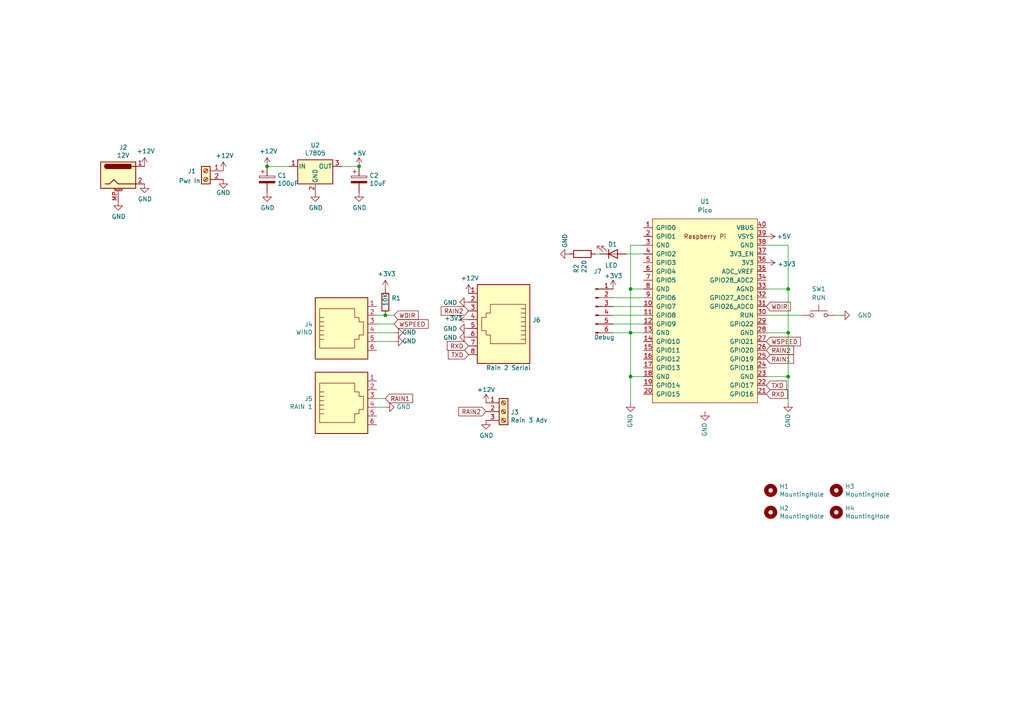
<source format=kicad_sch>
(kicad_sch (version 20211123) (generator eeschema)
  (paper "A4")
  (title_block (title "Weather Pico") (date "2023-02-20") (rev "v1") (company "Scott Hanson"))
  (lib_symbols
    (symbol "Connector:8P8C" (pin_names (offset 1.016))
      (property "Reference" "J" (at -5.08 13.97 0))
      (property "Value" "8P8C" (at 2.54 13.97 0))
      (symbol "8P8C_0_1"
        (polyline (pts (xy -5.08 4.445) (xy -6.35 4.445)))
        (polyline (pts (xy -5.08 5.715) (xy -6.35 5.715)))
        (polyline (pts (xy -6.35 -3.175) (xy -5.08 -3.175) (xy -5.08 -3.175)))
        (polyline (pts (xy -6.35 -1.905) (xy -5.08 -1.905) (xy -5.08 -1.905)))
        (polyline (pts (xy -6.35 -0.635) (xy -5.08 -0.635) (xy -5.08 -0.635)))
        (polyline (pts (xy -6.35 0.635) (xy -5.08 0.635) (xy -5.08 0.635)))
        (polyline (pts (xy -6.35 1.905) (xy -5.08 1.905) (xy -5.08 1.905)))
        (polyline (pts (xy -5.08 3.175) (xy -6.35 3.175) (xy -6.35 3.175)))
        (polyline (pts (xy -6.35 -4.445) (xy -6.35 6.985) (xy 3.81 6.985) (xy 3.81 4.445) (xy 5.08 4.445) (xy 5.08 3.175) (xy 6.35 3.175) (xy 6.35 -0.635) (xy 5.08 -0.635) (xy 5.08 -1.905) (xy 3.81 -1.905) (xy 3.81 -4.445) (xy -6.35 -4.445) (xy -6.35 -4.445)))
        (rectangle (start 7.62 12.7) (end -7.62 -10.16) (stroke (width 0.254)) (fill (type background)))
      )
      (symbol "8P8C_1_1"
        (pin passive line (at 10.16 -7.62 180) (length 2.54) (name "~") (number "1"))
        (pin passive line (at 10.16 -5.08 180) (length 2.54) (name "~") (number "2"))
        (pin passive line (at 10.16 -2.54 180) (length 2.54) (name "~") (number "3"))
        (pin passive line (at 10.16 0 180) (length 2.54) (name "~") (number "4"))
        (pin passive line (at 10.16 2.54 180) (length 2.54) (name "~") (number "5"))
        (pin passive line (at 10.16 5.08 180) (length 2.54) (name "~") (number "6"))
        (pin passive line (at 10.16 7.62 180) (length 2.54) (name "~") (number "7"))
        (pin passive line (at 10.16 10.16 180) (length 2.54) (name "~") (number "8"))
      )
    )
    (symbol "Connector:Barrel_Jack_MountingPin" (pin_names hide)
      (property "Reference" "J" (at 0 5.334 0))
      (property "Value" "Barrel_Jack_MountingPin" (at 1.27 -6.35 0))
      (symbol "Barrel_Jack_MountingPin_0_1"
        (rectangle (start -5.08 3.81) (end 5.08 -3.81) (stroke (width 0.254)) (fill (type background)))
        (arc (start -3.302 3.175) (mid -3.937 2.54) (end -3.302 1.905) (stroke (width 0.254)))
        (arc (start -3.302 3.175) (mid -3.937 2.54) (end -3.302 1.905) (stroke (width 0.254)) (fill (type outline)))
        (polyline (pts (xy 5.08 2.54) (xy 3.81 2.54)) (stroke (width 0.254)))
        (polyline (pts (xy -3.81 -2.54) (xy -2.54 -2.54) (xy -1.27 -1.27) (xy 0 -2.54) (xy 2.54 -2.54) (xy 5.08 -2.54)) (stroke (width 0.254)))
        (rectangle (start 3.683 3.175) (end -3.302 1.905) (stroke (width 0.254)) (fill (type outline)))
      )
      (symbol "Barrel_Jack_MountingPin_1_1"
        (polyline (pts (xy -1.016 -4.572) (xy 1.016 -4.572)) (stroke (width 0.1524)))
        (text "Mounting" (at 0 -4.191 0) (effects (font (size 0.381 0.381))))
        (pin passive line (at 7.62 2.54 180) (length 2.54) (name "~") (number "1"))
        (pin passive line (at 7.62 -2.54 180) (length 2.54) (name "~") (number "2"))
        (pin passive line (at 0 -7.62 90) (length 3.048) (name "MountPin") (number "MP"))
      )
    )
    (symbol "Connector:Conn_01x06_Male" (pin_names (offset 1.016) hide)
      (property "Reference" "J" (at 0 7.62 0))
      (property "Value" "Conn_01x06_Male" (at 0 -10.16 0))
      (symbol "Conn_01x06_Male_1_1"
        (polyline (pts (xy 1.27 -7.62) (xy 0.8636 -7.62)) (stroke (width 0.1524)))
        (polyline (pts (xy 1.27 -5.08) (xy 0.8636 -5.08)) (stroke (width 0.1524)))
        (polyline (pts (xy 1.27 -2.54) (xy 0.8636 -2.54)) (stroke (width 0.1524)))
        (polyline (pts (xy 1.27 0) (xy 0.8636 0)) (stroke (width 0.1524)))
        (polyline (pts (xy 1.27 2.54) (xy 0.8636 2.54)) (stroke (width 0.1524)))
        (polyline (pts (xy 1.27 5.08) (xy 0.8636 5.08)) (stroke (width 0.1524)))
        (rectangle (start 0.8636 -7.493) (end 0 -7.747) (stroke (width 0.1524)) (fill (type outline)))
        (rectangle (start 0.8636 -4.953) (end 0 -5.207) (stroke (width 0.1524)) (fill (type outline)))
        (rectangle (start 0.8636 -2.413) (end 0 -2.667) (stroke (width 0.1524)) (fill (type outline)))
        (rectangle (start 0.8636 0.127) (end 0 -0.127) (stroke (width 0.1524)) (fill (type outline)))
        (rectangle (start 0.8636 2.667) (end 0 2.413) (stroke (width 0.1524)) (fill (type outline)))
        (rectangle (start 0.8636 5.207) (end 0 4.953) (stroke (width 0.1524)) (fill (type outline)))
        (pin passive line (at 5.08 5.08 180) (length 3.81) (name "Pin_1") (number "1"))
        (pin passive line (at 5.08 2.54 180) (length 3.81) (name "Pin_2") (number "2"))
        (pin passive line (at 5.08 0 180) (length 3.81) (name "Pin_3") (number "3"))
        (pin passive line (at 5.08 -2.54 180) (length 3.81) (name "Pin_4") (number "4"))
        (pin passive line (at 5.08 -5.08 180) (length 3.81) (name "Pin_5") (number "5"))
        (pin passive line (at 5.08 -7.62 180) (length 3.81) (name "Pin_6") (number "6"))
      )
    )
    (symbol "Connector:RJ12" (pin_names (offset 1.016))
      (property "Reference" "J" (at -5.08 11.43 0))
      (property "Value" "RJ12" (at 2.54 11.43 0))
      (symbol "RJ12_0_1"
        (polyline (pts (xy -6.35 -1.905) (xy -5.08 -1.905) (xy -5.08 -1.905)))
        (polyline (pts (xy -6.35 -0.635) (xy -5.08 -0.635) (xy -5.08 -0.635)))
        (polyline (pts (xy -6.35 0.635) (xy -5.08 0.635) (xy -5.08 0.635)))
        (polyline (pts (xy -6.35 1.905) (xy -5.08 1.905) (xy -5.08 1.905)))
        (polyline (pts (xy -6.35 3.175) (xy -5.08 3.175) (xy -5.08 3.175)))
        (polyline (pts (xy -5.08 4.445) (xy -6.35 4.445) (xy -6.35 4.445)))
        (polyline (pts (xy -6.35 -4.445) (xy -6.35 6.985) (xy 3.81 6.985) (xy 3.81 4.445) (xy 5.08 4.445) (xy 5.08 3.175) (xy 6.35 3.175) (xy 6.35 -0.635) (xy 5.08 -0.635) (xy 5.08 -1.905) (xy 3.81 -1.905) (xy 3.81 -4.445) (xy -6.35 -4.445) (xy -6.35 -4.445)))
        (rectangle (start 7.62 10.16) (end -7.62 -7.62) (stroke (width 0.254)) (fill (type background)))
      )
      (symbol "RJ12_1_1"
        (pin passive line (at 10.16 -5.08 180) (length 2.54) (name "~") (number "1"))
        (pin passive line (at 10.16 -2.54 180) (length 2.54) (name "~") (number "2"))
        (pin passive line (at 10.16 0 180) (length 2.54) (name "~") (number "3"))
        (pin passive line (at 10.16 2.54 180) (length 2.54) (name "~") (number "4"))
        (pin passive line (at 10.16 5.08 180) (length 2.54) (name "~") (number "5"))
        (pin passive line (at 10.16 7.62 180) (length 2.54) (name "~") (number "6"))
      )
    )
    (symbol "Connector:Screw_Terminal_01x02" (pin_names (offset 1.016) hide)
      (property "Reference" "J" (at 0 2.54 0))
      (property "Value" "Screw_Terminal_01x02" (at 0 -5.08 0))
      (symbol "Screw_Terminal_01x02_1_1"
        (rectangle (start -1.27 1.27) (end 1.27 -3.81) (stroke (width 0.254)) (fill (type background)))
        (circle (center 0 -2.54) (radius 0.635) (stroke (width 0.1524)))
        (polyline (pts (xy -0.5334 -2.2098) (xy 0.3302 -3.048)) (stroke (width 0.1524)))
        (polyline (pts (xy -0.5334 0.3302) (xy 0.3302 -0.508)) (stroke (width 0.1524)))
        (polyline (pts (xy -0.3556 -2.032) (xy 0.508 -2.8702)) (stroke (width 0.1524)))
        (polyline (pts (xy -0.3556 0.508) (xy 0.508 -0.3302)) (stroke (width 0.1524)))
        (circle (center 0 0) (radius 0.635) (stroke (width 0.1524)))
        (pin passive line (at -5.08 0 0) (length 3.81) (name "Pin_1") (number "1"))
        (pin passive line (at -5.08 -2.54 0) (length 3.81) (name "Pin_2") (number "2"))
      )
    )
    (symbol "Connector:Screw_Terminal_01x03" (pin_names (offset 1.016) hide)
      (property "Reference" "J" (at 0 5.08 0))
      (property "Value" "Screw_Terminal_01x03" (at 0 -5.08 0))
      (symbol "Screw_Terminal_01x03_1_1"
        (rectangle (start -1.27 3.81) (end 1.27 -3.81) (stroke (width 0.254)) (fill (type background)))
        (circle (center 0 -2.54) (radius 0.635) (stroke (width 0.1524)))
        (polyline (pts (xy -0.5334 -2.2098) (xy 0.3302 -3.048)) (stroke (width 0.1524)))
        (polyline (pts (xy -0.5334 0.3302) (xy 0.3302 -0.508)) (stroke (width 0.1524)))
        (polyline (pts (xy -0.5334 2.8702) (xy 0.3302 2.032)) (stroke (width 0.1524)))
        (polyline (pts (xy -0.3556 -2.032) (xy 0.508 -2.8702)) (stroke (width 0.1524)))
        (polyline (pts (xy -0.3556 0.508) (xy 0.508 -0.3302)) (stroke (width 0.1524)))
        (polyline (pts (xy -0.3556 3.048) (xy 0.508 2.2098)) (stroke (width 0.1524)))
        (circle (center 0 0) (radius 0.635) (stroke (width 0.1524)))
        (circle (center 0 2.54) (radius 0.635) (stroke (width 0.1524)))
        (pin passive line (at -5.08 2.54 0) (length 3.81) (name "Pin_1") (number "1"))
        (pin passive line (at -5.08 0 0) (length 3.81) (name "Pin_2") (number "2"))
        (pin passive line (at -5.08 -2.54 0) (length 3.81) (name "Pin_3") (number "3"))
      )
    )
    (symbol "Device:C_Polarized" (pin_numbers hide) (pin_names (offset 0.254))
      (property "Reference" "C" (at 0.635 2.54 0))
      (property "Value" "C_Polarized" (at 0.635 -2.54 0))
      (symbol "C_Polarized_0_1"
        (rectangle (start -2.286 0.508) (end 2.286 1.016))
        (polyline (pts (xy -1.778 2.286) (xy -0.762 2.286)))
        (polyline (pts (xy -1.27 2.794) (xy -1.27 1.778)))
        (rectangle (start 2.286 -0.508) (end -2.286 -1.016) (fill (type outline)))
      )
      (symbol "C_Polarized_1_1"
        (pin passive line (at 0 3.81 270) (length 2.794) (name "~") (number "1"))
        (pin passive line (at 0 -3.81 90) (length 2.794) (name "~") (number "2"))
      )
    )
    (symbol "Device:LED" (pin_numbers hide) (pin_names (offset 1.016) hide)
      (property "Reference" "D" (at 0 2.54 0))
      (property "Value" "LED" (at 0 -2.54 0))
      (symbol "LED_0_1"
        (polyline (pts (xy -1.27 -1.27) (xy -1.27 1.27)) (stroke (width 0.254)))
        (polyline (pts (xy -1.27 0) (xy 1.27 0)))
        (polyline (pts (xy 1.27 -1.27) (xy 1.27 1.27) (xy -1.27 0) (xy 1.27 -1.27)) (stroke (width 0.254)))
        (polyline (pts (xy -3.048 -0.762) (xy -4.572 -2.286) (xy -3.81 -2.286) (xy -4.572 -2.286) (xy -4.572 -1.524)))
        (polyline (pts (xy -1.778 -0.762) (xy -3.302 -2.286) (xy -2.54 -2.286) (xy -3.302 -2.286) (xy -3.302 -1.524)))
      )
      (symbol "LED_1_1"
        (pin passive line (at -3.81 0 0) (length 2.54) (name "K") (number "1"))
        (pin passive line (at 3.81 0 180) (length 2.54) (name "A") (number "2"))
      )
    )
    (symbol "Device:R" (pin_numbers hide) (pin_names (offset 0))
      (property "Reference" "R" (at 2.032 0 90))
      (property "Value" "R" (at 0 0 90))
      (symbol "R_0_1"
        (rectangle (start -1.016 -2.54) (end 1.016 2.54) (stroke (width 0.254)))
      )
      (symbol "R_1_1"
        (pin passive line (at 0 3.81 270) (length 1.27) (name "~") (number "1"))
        (pin passive line (at 0 -3.81 90) (length 1.27) (name "~") (number "2"))
      )
    )
    (symbol "MCU_RaspberryPi_and_Boards:Pico" (pin_names (offset 1.016))
      (property "Reference" "U1" (at 0 31.75 0))
      (property "Value" "Pico" (at 0 29.21 0))
      (symbol "Pico_0_0"
        (text "Raspberry Pi" (at 0 21.59 0) (effects (font (size 1.27 1.27))))
      )
      (symbol "Pico_0_1"
        (rectangle (start -15.24 26.67) (end 15.24 -26.67) (fill (type background)))
      )
      (symbol "Pico_1_1"
        (pin bidirectional line (at -17.78 24.13 0) (length 2.54) (name "GPIO0") (number "1"))
        (pin bidirectional line (at -17.78 1.27 0) (length 2.54) (name "GPIO7") (number "10"))
        (pin bidirectional line (at -17.78 -1.27 0) (length 2.54) (name "GPIO8") (number "11"))
        (pin bidirectional line (at -17.78 -3.81 0) (length 2.54) (name "GPIO9") (number "12"))
        (pin power_in line (at -17.78 -6.35 0) (length 2.54) (name "GND") (number "13"))
        (pin bidirectional line (at -17.78 -8.89 0) (length 2.54) (name "GPIO10") (number "14"))
        (pin bidirectional line (at -17.78 -11.43 0) (length 2.54) (name "GPIO11") (number "15"))
        (pin bidirectional line (at -17.78 -13.97 0) (length 2.54) (name "GPIO12") (number "16"))
        (pin bidirectional line (at -17.78 -16.51 0) (length 2.54) (name "GPIO13") (number "17"))
        (pin power_in line (at -17.78 -19.05 0) (length 2.54) (name "GND") (number "18"))
        (pin bidirectional line (at -17.78 -21.59 0) (length 2.54) (name "GPIO14") (number "19"))
        (pin bidirectional line (at -17.78 21.59 0) (length 2.54) (name "GPIO1") (number "2"))
        (pin bidirectional line (at -17.78 -24.13 0) (length 2.54) (name "GPIO15") (number "20"))
        (pin bidirectional line (at 17.78 -24.13 180) (length 2.54) (name "GPIO16") (number "21"))
        (pin bidirectional line (at 17.78 -21.59 180) (length 2.54) (name "GPIO17") (number "22"))
        (pin power_in line (at 17.78 -19.05 180) (length 2.54) (name "GND") (number "23"))
        (pin bidirectional line (at 17.78 -16.51 180) (length 2.54) (name "GPIO18") (number "24"))
        (pin bidirectional line (at 17.78 -13.97 180) (length 2.54) (name "GPIO19") (number "25"))
        (pin bidirectional line (at 17.78 -11.43 180) (length 2.54) (name "GPIO20") (number "26"))
        (pin bidirectional line (at 17.78 -8.89 180) (length 2.54) (name "GPIO21") (number "27"))
        (pin power_in line (at 17.78 -6.35 180) (length 2.54) (name "GND") (number "28"))
        (pin bidirectional line (at 17.78 -3.81 180) (length 2.54) (name "GPIO22") (number "29"))
        (pin power_in line (at -17.78 19.05 0) (length 2.54) (name "GND") (number "3"))
        (pin input line (at 17.78 -1.27 180) (length 2.54) (name "RUN") (number "30"))
        (pin bidirectional line (at 17.78 1.27 180) (length 2.54) (name "GPIO26_ADC0") (number "31"))
        (pin bidirectional line (at 17.78 3.81 180) (length 2.54) (name "GPIO27_ADC1") (number "32"))
        (pin power_in line (at 17.78 6.35 180) (length 2.54) (name "AGND") (number "33"))
        (pin bidirectional line (at 17.78 8.89 180) (length 2.54) (name "GPIO28_ADC2") (number "34"))
        (pin unspecified line (at 17.78 11.43 180) (length 2.54) (name "ADC_VREF") (number "35"))
        (pin unspecified line (at 17.78 13.97 180) (length 2.54) (name "3V3") (number "36"))
        (pin input line (at 17.78 16.51 180) (length 2.54) (name "3V3_EN") (number "37"))
        (pin bidirectional line (at 17.78 19.05 180) (length 2.54) (name "GND") (number "38"))
        (pin unspecified line (at 17.78 21.59 180) (length 2.54) (name "VSYS") (number "39"))
        (pin bidirectional line (at -17.78 16.51 0) (length 2.54) (name "GPIO2") (number "4"))
        (pin unspecified line (at 17.78 24.13 180) (length 2.54) (name "VBUS") (number "40"))
        (pin bidirectional line (at -17.78 13.97 0) (length 2.54) (name "GPIO3") (number "5"))
        (pin bidirectional line (at -17.78 11.43 0) (length 2.54) (name "GPIO4") (number "6"))
        (pin bidirectional line (at -17.78 8.89 0) (length 2.54) (name "GPIO5") (number "7"))
        (pin power_in line (at -17.78 6.35 0) (length 2.54) (name "GND") (number "8"))
        (pin bidirectional line (at -17.78 3.81 0) (length 2.54) (name "GPIO6") (number "9"))
      )
    )
    (symbol "Mechanical:MountingHole" (pin_names (offset 1.016))
      (property "Reference" "H" (at 0 5.08 0))
      (property "Value" "MountingHole" (at 0 3.175 0))
      (symbol "MountingHole_0_1"
        (circle (center 0 0) (radius 1.27) (stroke (width 1.27)))
      )
    )
    (symbol "Regulator_Linear:L7805" (pin_names (offset 0.254))
      (property "Reference" "U" (at -3.81 3.175 0))
      (property "Value" "L7805" (at 0 3.175 0))
      (symbol "L7805_0_1"
        (rectangle (start -5.08 1.905) (end 5.08 -5.08) (stroke (width 0.254)) (fill (type background)))
      )
      (symbol "L7805_1_1"
        (pin power_in line (at -7.62 0 0) (length 2.54) (name "IN") (number "1"))
        (pin power_in line (at 0 -7.62 90) (length 2.54) (name "GND") (number "2"))
        (pin power_out line (at 7.62 0 180) (length 2.54) (name "OUT") (number "3"))
      )
    )
    (symbol "Switch:SW_Push" (pin_numbers hide) (pin_names (offset 1.016) hide)
      (property "Reference" "SW" (at 1.27 2.54 0))
      (property "Value" "SW_Push" (at 0 -1.524 0))
      (symbol "SW_Push_0_1"
        (circle (center -2.032 0) (radius 0.508))
        (polyline (pts (xy 0 1.27) (xy 0 3.048)))
        (polyline (pts (xy 2.54 1.27) (xy -2.54 1.27)))
        (circle (center 2.032 0) (radius 0.508))
        (pin passive line (at -5.08 0 0) (length 2.54) (name "1") (number "1"))
        (pin passive line (at 5.08 0 180) (length 2.54) (name "2") (number "2"))
      )
    )
    (symbol "power:+12V" (power) (pin_names (offset 0))
      (property "Value" "+12V" (at 0 3.556 0))
      (symbol "+12V_0_1"
        (polyline (pts (xy -0.762 1.27) (xy 0 2.54)))
        (polyline (pts (xy 0 0) (xy 0 2.54)))
        (polyline (pts (xy 0 2.54) (xy 0.762 1.27)))
      )
      (symbol "+12V_1_1"
        (pin power_in line (at 0 0 90) (length 0) hide (name "+12V") (number "1"))
      )
    )
    (symbol "power:+3.3V" (power) (pin_names (offset 0))
      (property "Value" "+3.3V" (at 0 3.556 0))
      (symbol "+3.3V_0_1"
        (polyline (pts (xy -0.762 1.27) (xy 0 2.54)))
        (polyline (pts (xy 0 0) (xy 0 2.54)))
        (polyline (pts (xy 0 2.54) (xy 0.762 1.27)))
      )
      (symbol "+3.3V_1_1"
        (pin power_in line (at 0 0 90) (length 0) hide (name "+3V3") (number "1"))
      )
    )
    (symbol "power:+5V" (power) (pin_names (offset 0))
      (property "Value" "+5V" (at 0 3.556 0))
      (symbol "+5V_0_1"
        (polyline (pts (xy -0.762 1.27) (xy 0 2.54)))
        (polyline (pts (xy 0 0) (xy 0 2.54)))
        (polyline (pts (xy 0 2.54) (xy 0.762 1.27)))
      )
      (symbol "+5V_1_1"
        (pin power_in line (at 0 0 90) (length 0) hide (name "+5V") (number "1"))
      )
    )
    (symbol "power:GND" (power) (pin_names (offset 0))
      (property "Value" "GND" (at 0 -3.81 0))
      (symbol "GND_0_1"
        (polyline (pts (xy 0 0) (xy 0 -1.27) (xy 1.27 -1.27) (xy 0 -2.54) (xy -1.27 -1.27) (xy 0 -1.27)))
      )
      (symbol "GND_1_1"
        (pin power_in line (at 0 0 270) (length 0) hide (name "GND") (number "1"))
      )
    )
  )
  (junction (at 228.6 96.52))
  (junction (at 77.47 48.26))
  (junction (at 182.88 83.82))
  (junction (at 182.88 109.22))
  (junction (at 104.14 48.26))
  (junction (at 111.76 91.44))
  (junction (at 228.6 83.82))
  (junction (at 182.88 96.52))
  (junction (at 228.6 109.22))
  (wire (pts (xy 182.88 71.12) (xy 182.88 83.82)))
  (wire (pts (xy 177.8 88.9) (xy 186.69 88.9)))
  (wire (pts (xy 222.25 96.52) (xy 228.6 96.52)))
  (wire (pts (xy 114.3 93.98) (xy 109.22 93.98)))
  (wire (pts (xy 177.8 93.98) (xy 186.69 93.98)))
  (wire (pts (xy 182.88 109.22) (xy 182.88 116.84)))
  (wire (pts (xy 83.82 48.26) (xy 77.47 48.26)))
  (wire (pts (xy 242.57 91.44) (xy 243.84 91.44)))
  (wire (pts (xy 228.6 96.52) (xy 228.6 109.22)))
  (wire (pts (xy 222.25 83.82) (xy 228.6 83.82)))
  (wire (pts (xy 177.8 91.44) (xy 186.69 91.44)))
  (wire (pts (xy 222.25 91.44) (xy 232.41 91.44)))
  (wire (pts (xy 177.8 86.36) (xy 186.69 86.36)))
  (wire (pts (xy 182.88 83.82) (xy 182.88 96.52)))
  (wire (pts (xy 109.22 91.44) (xy 111.76 91.44)))
  (wire (pts (xy 111.76 115.57) (xy 109.22 115.57)))
  (wire (pts (xy 186.69 96.52) (xy 182.88 96.52)))
  (wire (pts (xy 181.61 73.66) (xy 186.69 73.66)))
  (wire (pts (xy 173.99 73.66) (xy 172.72 73.66)))
  (wire (pts (xy 228.6 109.22) (xy 228.6 116.84)))
  (wire (pts (xy 111.76 91.44) (xy 114.3 91.44)))
  (wire (pts (xy 228.6 71.12) (xy 228.6 83.82)))
  (wire (pts (xy 114.3 99.06) (xy 109.22 99.06)))
  (wire (pts (xy 228.6 83.82) (xy 228.6 96.52)))
  (wire (pts (xy 222.25 71.12) (xy 228.6 71.12)))
  (wire (pts (xy 109.22 96.52) (xy 114.3 96.52)))
  (wire (pts (xy 109.22 118.11) (xy 111.76 118.11)))
  (wire (pts (xy 186.69 71.12) (xy 182.88 71.12)))
  (wire (pts (xy 177.8 96.52) (xy 182.88 96.52)))
  (wire (pts (xy 222.25 109.22) (xy 228.6 109.22)))
  (wire (pts (xy 99.06 48.26) (xy 104.14 48.26)))
  (wire (pts (xy 186.69 109.22) (xy 182.88 109.22)))
  (wire (pts (xy 186.69 83.82) (xy 182.88 83.82)))
  (wire (pts (xy 182.88 96.52) (xy 182.88 109.22)))
  (global_label "TXD" (shape input) (at 135.89 102.87 180) (property "Intersheet References" "${INTERSHEET_REFS}" (effects hide)))
  (global_label "RAIN2" (shape input) (at 135.89 90.17 180) (property "Intersheet References" "${INTERSHEET_REFS}" (effects hide)))
  (global_label "RXD" (shape input) (at 135.89 100.33 180) (property "Intersheet References" "${INTERSHEET_REFS}" (effects hide)))
  (global_label "WSPEED" (shape input) (at 222.25 99.06 0) (property "Intersheet References" "${INTERSHEET_REFS}" (effects hide)))
  (global_label "WDIR" (shape input) (at 114.3 91.44 0) (property "Intersheet References" "${INTERSHEET_REFS}" (effects hide)))
  (global_label "WSPEED" (shape input) (at 114.3 93.98 0) (property "Intersheet References" "${INTERSHEET_REFS}" (effects hide)))
  (global_label "RAIN2" (shape input) (at 222.25 101.6 0) (property "Intersheet References" "${INTERSHEET_REFS}" (effects hide)))
  (global_label "WDIR" (shape input) (at 222.25 88.9 0) (property "Intersheet References" "${INTERSHEET_REFS}" (effects hide)))
  (global_label "RAIN2" (shape input) (at 140.97 119.38 180) (property "Intersheet References" "${INTERSHEET_REFS}" (effects hide)))
  (global_label "RAIN1" (shape input) (at 111.76 115.57 0) (property "Intersheet References" "${INTERSHEET_REFS}" (effects hide)))
  (global_label "RAIN1" (shape input) (at 222.25 104.14 0) (property "Intersheet References" "${INTERSHEET_REFS}" (effects hide)))
  (global_label "TXD" (shape input) (at 222.25 111.76 0) (property "Intersheet References" "${INTERSHEET_REFS}" (effects hide)))
  (global_label "RXD" (shape input) (at 222.25 114.3 0) (property "Intersheet References" "${INTERSHEET_REFS}" (effects hide)))
  (symbol (lib_id "Connector:Screw_Terminal_01x03") (at 146.05 119.38 0) (unit 1)
    (property "Reference" "J3" (at 148.082 119.5832 0) (effects (justify left)))
    (property "Value" "Rain 3 Adv" (at 148.082 121.8946 0) (effects (justify left)))
    (property "Footprint" "TerminalBlock_Phoenix:TerminalBlock_Phoenix_MKDS-1,5-3_1x03_P5.00mm_Horizontal" (effects hide))
  )
  (symbol (lib_id "Device:R") (at 111.76 87.63 0) (unit 1)
    (property "Reference" "R1" (at 113.538 86.4616 0) (effects (justify left)))
    (property "Value" "10K" (at 111.76 88.9 90) (effects (justify left)))
    (property "Footprint" "Resistor_THT:R_Axial_DIN0207_L6.3mm_D2.5mm_P7.62mm_Horizontal" (effects hide))
  )
  (symbol (lib_id "power:+3.3V") (at 111.76 83.82 0) (unit 1)
    (property "Reference" "#PWR0103" (effects hide))
    (property "Value" "+3.3V" (at 112.141 79.4258 0))
  )
  (symbol (lib_id "Connector:Screw_Terminal_01x02") (at 59.69 49.53 0) (mirror y) (unit 1)
    (property "Reference" "J1" (at 55.626 49.657 0))
    (property "Value" "Pwr In" (at 54.991 52.451 0))
    (property "Footprint" "TerminalBlock_Phoenix:TerminalBlock_Phoenix_MKDS-1,5-2_1x02_P5.00mm_Horizontal" (effects hide))
  )
  (symbol (lib_id "power:GND") (at 64.77 52.07 0) (unit 1)
    (property "Reference" "#PWR0107" (effects hide))
    (property "Value" "GND" (at 64.77 55.88 0))
  )
  (symbol (lib_id "power:+5V") (at 104.14 48.26 0) (unit 1)
    (property "Reference" "#PWR0108" (effects hide))
    (property "Value" "+5V" (at 104.14 44.45 0))
  )
  (symbol (lib_id "power:+3.3V") (at 222.25 76.2 270) (unit 1)
    (property "Reference" "#PWR0110" (effects hide))
    (property "Value" "+3.3V" (at 225.5012 76.581 90) (effects (justify left)))
  )
  (symbol (lib_id "power:GND") (at 204.47 119.38 0) (unit 1)
    (property "Reference" "#PWR0111" (effects hide))
    (property "Value" "GND" (at 204.343 124.587 90))
  )
  (symbol (lib_id "Regulator_Linear:L7805") (at 91.44 48.26 0) (unit 1)
    (property "Reference" "U2" (at 91.44 42.1132 0))
    (property "Value" "L7805" (at 91.44 44.4246 0))
    (property "Footprint" "Package_TO_SOT_THT:TO-220-3_Vertical" (effects hide))
    (property "Datasheet" "http://www.st.com/content/ccc/resource/technical/document/datasheet/41/4f/b3/b0/12/d4/47/88/CD00000444.pdf/files/CD00000444.pdf/jcr:content/translations/en.CD00000444.pdf" (effects hide))
  )
  (symbol (lib_id "Device:C_Polarized") (at 77.47 52.07 0) (unit 1)
    (property "Reference" "C1" (at 80.4672 50.9016 0) (effects (justify left)))
    (property "Value" "100uF" (at 80.4672 53.213 0) (effects (justify left)))
    (property "Footprint" "Capacitor_THT:CP_Radial_D5.0mm_P2.50mm" (effects hide))
  )
  (symbol (lib_id "Device:C_Polarized") (at 104.14 52.07 0) (unit 1)
    (property "Reference" "C2" (at 107.1372 50.9016 0) (effects (justify left)))
    (property "Value" "10uF" (at 107.1372 53.213 0) (effects (justify left)))
    (property "Footprint" "Capacitor_THT:CP_Radial_D5.0mm_P2.50mm" (effects hide))
  )
  (symbol (lib_id "power:+12V") (at 77.47 48.26 0) (unit 1)
    (property "Reference" "#PWR05" (effects hide))
    (property "Value" "+12V" (at 77.851 43.8658 0))
  )
  (symbol (lib_id "power:+12V") (at 64.77 49.53 0) (unit 1)
    (property "Reference" "#PWR02" (effects hide))
    (property "Value" "+12V" (at 65.151 45.1358 0))
  )
  (symbol (lib_id "power:GND") (at 104.14 55.88 0) (unit 1)
    (property "Reference" "#PWR08" (effects hide))
    (property "Value" "GND" (at 104.267 60.2742 0))
  )
  (symbol (lib_id "power:GND") (at 91.44 55.88 0) (unit 1)
    (property "Reference" "#PWR07" (effects hide))
    (property "Value" "GND" (at 91.567 60.2742 0))
  )
  (symbol (lib_id "power:GND") (at 77.47 55.88 0) (unit 1)
    (property "Reference" "#PWR06" (effects hide))
    (property "Value" "GND" (at 77.597 60.2742 0))
  )
  (symbol (lib_id "Connector:8P8C") (at 146.05 92.71 180) (unit 1)
    (property "Reference" "J6" (at 154.432 92.8116 0) (effects (justify right)))
    (property "Value" "Rain 2 Serial" (at 140.97 106.68 0) (effects (justify right)))
    (property "Footprint" "Connector_RJ:RJ45_Amphenol_54602-x08_Horizontal" (effects hide))
  )
  (symbol (lib_id "power:GND") (at 111.76 118.11 90) (unit 1)
    (property "Reference" "#PWR012" (effects hide))
    (property "Value" "GND" (at 115.0112 117.983 90) (effects (justify right)))
  )
  (symbol (lib_id "power:GND") (at 140.97 121.92 0) (unit 1)
    (property "Reference" "#PWR019" (effects hide))
    (property "Value" "GND" (at 141.097 126.3142 0))
  )
  (symbol (lib_id "power:+12V") (at 140.97 116.84 0) (unit 1)
    (property "Reference" "#PWR018" (effects hide))
    (property "Value" "+12V" (at 140.97 113.03 0))
  )
  (symbol (lib_id "power:+12V") (at 135.89 85.09 0) (unit 1)
    (property "Reference" "#PWR013" (effects hide))
    (property "Value" "+12V" (at 136.271 80.6958 0))
  )
  (symbol (lib_id "power:GND") (at 135.89 87.63 270) (unit 1)
    (property "Reference" "#PWR014" (effects hide))
    (property "Value" "GND" (at 132.6388 87.757 90) (effects (justify right)))
  )
  (symbol (lib_id "power:+3.3V") (at 135.89 92.71 90) (unit 1)
    (property "Reference" "#PWR015" (effects hide))
    (property "Value" "+3.3V" (at 131.4958 92.329 90))
  )
  (symbol (lib_id "power:GND") (at 135.89 95.25 270) (unit 1)
    (property "Reference" "#PWR016" (effects hide))
    (property "Value" "GND" (at 132.6388 95.377 90) (effects (justify right)))
  )
  (symbol (lib_id "power:GND") (at 135.89 97.79 270) (unit 1)
    (property "Reference" "#PWR017" (effects hide))
    (property "Value" "GND" (at 132.6388 97.917 90) (effects (justify right)))
  )
  (symbol (lib_id "power:GND") (at 114.3 99.06 90) (unit 1)
    (property "Reference" "#PWR011" (effects hide))
    (property "Value" "GND" (at 118.6942 98.933 90))
  )
  (symbol (lib_id "power:GND") (at 114.3 96.52 90) (unit 1)
    (property "Reference" "#PWR010" (effects hide))
    (property "Value" "GND" (at 118.6942 96.393 90))
  )
  (symbol (lib_id "power:+12V") (at 41.91 48.26 0) (unit 1)
    (property "Reference" "#PWR03" (effects hide))
    (property "Value" "+12V" (at 42.291 43.8658 0))
  )
  (symbol (lib_id "power:GND") (at 41.91 53.34 0) (unit 1)
    (property "Reference" "#PWR04" (effects hide))
    (property "Value" "GND" (at 42.037 57.7342 0))
  )
  (symbol (lib_id "Mechanical:MountingHole") (at 223.52 142.24 0) (unit 1)
    (property "Reference" "H1" (at 226.06 141.0716 0) (effects (justify left)))
    (property "Value" "MountingHole" (at 226.06 143.383 0) (effects (justify left)))
    (property "Footprint" "MountingHole:MountingHole_3.7mm" (effects hide))
  )
  (symbol (lib_id "Mechanical:MountingHole") (at 242.57 142.24 0) (unit 1)
    (property "Reference" "H3" (at 245.11 141.0716 0) (effects (justify left)))
    (property "Value" "MountingHole" (at 245.11 143.383 0) (effects (justify left)))
    (property "Footprint" "MountingHole:MountingHole_3.7mm" (effects hide))
  )
  (symbol (lib_id "Mechanical:MountingHole") (at 223.52 148.59 0) (unit 1)
    (property "Reference" "H2" (at 226.06 147.4216 0) (effects (justify left)))
    (property "Value" "MountingHole" (at 226.06 149.733 0) (effects (justify left)))
    (property "Footprint" "MountingHole:MountingHole_3.7mm" (effects hide))
  )
  (symbol (lib_id "Mechanical:MountingHole") (at 242.57 148.59 0) (unit 1)
    (property "Reference" "H4" (at 245.11 147.4216 0) (effects (justify left)))
    (property "Value" "MountingHole" (at 245.11 149.733 0) (effects (justify left)))
    (property "Footprint" "MountingHole:MountingHole_3.7mm" (effects hide))
  )
  (symbol (lib_id "Connector:RJ12") (at 99.06 93.98 0) (mirror x) (unit 1)
    (property "Reference" "J4" (at 90.7034 94.0816 0) (effects (justify right)))
    (property "Value" "WIND" (at 90.7034 96.393 0) (effects (justify right)))
    (property "Footprint" "Connector_RJ:RJ12_Amphenol_54601" (effects hide))
    (property "Digikey" "AE10391-ND" (effects hide))
  )
  (symbol (lib_id "Connector:RJ12") (at 99.06 115.57 0) (mirror x) (unit 1)
    (property "Reference" "J5" (at 90.7034 115.6716 0) (effects (justify right)))
    (property "Value" "RAIN 1" (at 90.7034 117.983 0) (effects (justify right)))
    (property "Footprint" "Connector_RJ:RJ12_Amphenol_54601" (effects hide))
    (property "Digikey" "AE10391-ND" (effects hide))
  )
  (symbol (lib_id "Connector:Barrel_Jack_MountingPin") (at 34.29 50.8 0) (unit 1)
    (property "Reference" "J2" (at 35.7378 42.7482 0))
    (property "Value" "12V" (at 35.7378 45.0596 0))
    (property "Footprint" "Weather_Pico:BarrelJack_Horizontal" (effects hide))
  )
  (symbol (lib_id "power:GND") (at 34.29 58.42 0) (unit 1)
    (property "Reference" "#PWR0102" (effects hide))
    (property "Value" "GND" (at 34.417 62.8142 0))
  )
  (symbol (lib_id "power:GND") (at 182.88 116.84 0) (unit 1)
    (property "Reference" "#PWR0104" (effects hide))
    (property "Value" "GND" (at 182.753 122.047 90))
  )
  (symbol (lib_id "Device:LED") (at 177.8 73.66 0) (mirror x) (unit 1)
    (property "Reference" "D1" (at 177.673 70.866 0))
    (property "Value" "LED" (at 177.292 76.962 0))
    (property "Footprint" "LED_THT:LED_D3.0mm" (effects hide))
    (property "Digi-Key_PN" "732-4984-1-ND" (effects hide))
    (property "LCSC_PN" "C2286" (effects hide))
    (property "MPN" "150080RS75000" (effects hide))
  )
  (symbol (lib_id "Switch:SW_Push") (at 237.49 91.44 0) (unit 1)
    (property "Reference" "SW1" (at 237.49 83.82 0))
    (property "Value" "RUN" (at 237.49 86.36 0))
    (property "Footprint" "Button_Switch_THT:SW_PUSH_6mm" (effects hide))
    (property "Digi-Key_PN" "CKN9088CT-ND" (effects hide))
    (property "LCSC_PN" "C127509" (effects hide))
    (property "MPN" "PTS645SL50SMTR92 LFS" (effects hide))
  )
  (symbol (lib_id "power:GND") (at 228.6 116.84 0) (unit 1)
    (property "Reference" "#PWR0106" (effects hide))
    (property "Value" "GND" (at 228.473 122.047 90))
  )
  (symbol (lib_id "MCU_RaspberryPi_and_Boards:Pico") (at 204.47 90.17 0) (unit 1)
    (property "Reference" "U1" (at 204.47 58.42 0))
    (property "Value" "Pico" (at 204.47 60.96 0))
    (property "Footprint" "MCU_RaspberryPi_and_Boards:RPi_Pico_SMD_TH" (effects hide))
  )
  (symbol (lib_id "power:GND") (at 243.84 91.44 90) (unit 1)
    (property "Reference" "#PWR0105" (effects hide))
    (property "Value" "GND" (at 250.825 91.44 90))
  )
  (symbol (lib_id "power:+5V") (at 222.25 68.58 270) (unit 1)
    (property "Reference" "#PWR0112" (effects hide))
    (property "Value" "+5V" (at 227.33 68.58 90))
  )
  (symbol (lib_id "power:+3.3V") (at 177.8 83.82 0) (unit 1)
    (property "Reference" "#PWR0109" (effects hide))
    (property "Value" "+3.3V" (at 175.26 80.01 0) (effects (justify left)))
  )
  (symbol (lib_id "Device:R") (at 168.91 73.66 90) (unit 1)
    (property "Reference" "R2" (at 167.132 79.248 0) (effects (justify left)))
    (property "Value" "220" (at 169.418 79.248 0) (effects (justify left)))
    (property "Footprint" "Resistor_THT:R_Axial_DIN0207_L6.3mm_D2.5mm_P7.62mm_Horizontal" (effects hide))
    (property "Digi-Key_PN" "RMCF0603FT220RTR-ND" (effects hide))
    (property "LCSC_PN" "C22962" (effects hide))
    (property "MPN" "RMCF0603FT220R" (effects hide))
  )
  (symbol (lib_id "Connector:Conn_01x06_Male") (at 172.72 88.9 0) (unit 1)
    (property "Reference" "J7" (at 173.355 78.74 0))
    (property "Value" "Debug" (at 175.26 97.79 0))
    (property "Footprint" "Weather_Pico:1x06_Horizontal_SMD" (effects hide))
  )
  (symbol (lib_id "power:GND") (at 165.1 73.66 270) (unit 1)
    (property "Reference" "#PWR0101" (effects hide))
    (property "Value" "GND" (at 163.83 69.85 0))
  )
)
</source>
